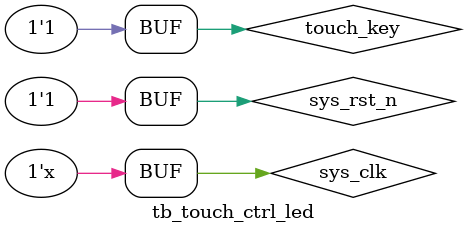
<source format=v>
`timescale  1ns/1ns
module  tb_touch_ctrl_led();

reg sys_clk ;
reg sys_rst_n;
reg touch_key;

wire    led;

initial
    begin
        sys_clk = 1'b1;
        sys_rst_n   <=  1'b0;
        touch_key   <=  1'b1;
        #20
        sys_rst_n   <=  1'b1;
        #200
        touch_key   <=  1'b0;
        #2000
        touch_key   <=  1'b1;
        #1000
        touch_key   <=  1'b0;
        #3000
        touch_key   <=  1'b1;
    end

always  #10 sys_clk = ~sys_clk;

touch_ctrl_led  touch_ctrl_led_inst
(
    .sys_clk    (sys_clk),
    .sys_rst_n  (sys_rst_n),
    .touch_key  (touch_key),
                 
    .led        (led      )
);

endmodule
</source>
